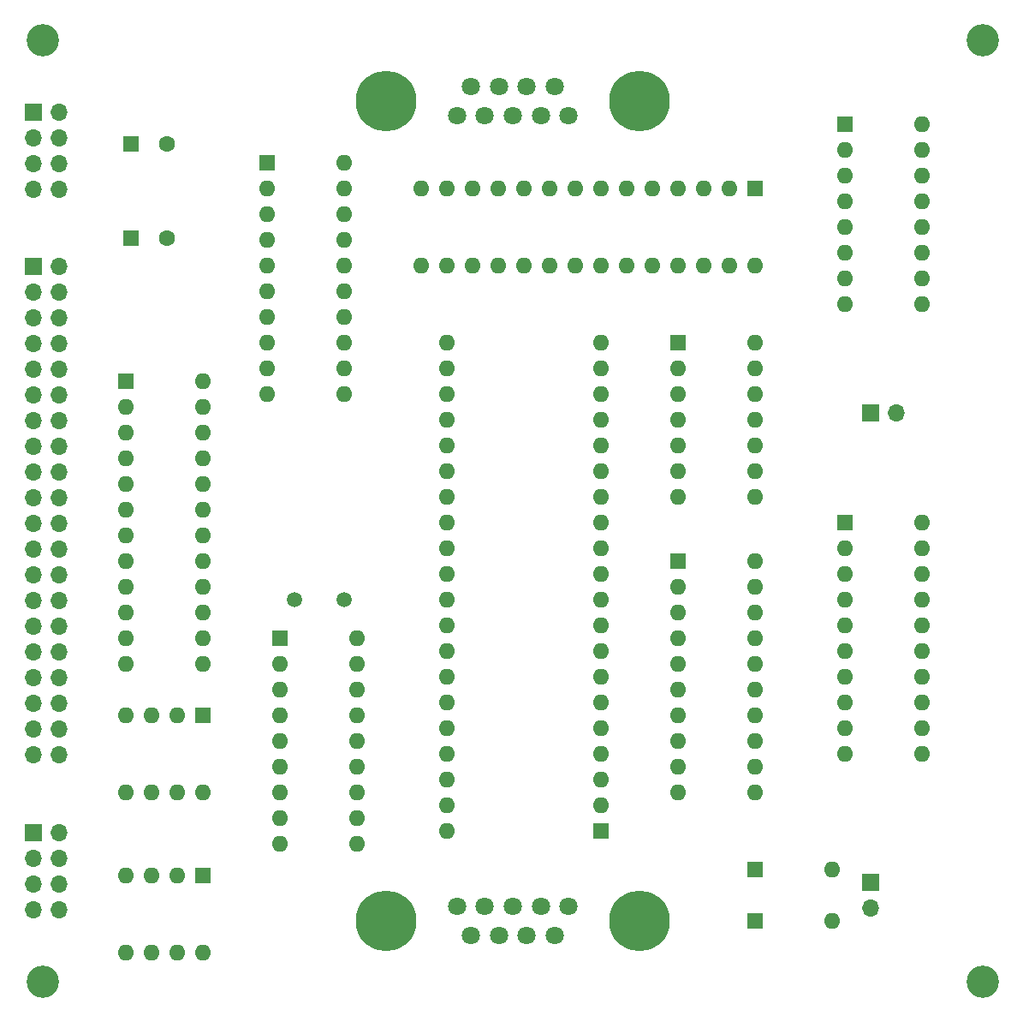
<source format=gbr>
%TF.GenerationSoftware,KiCad,Pcbnew,(5.1.9)-1*%
%TF.CreationDate,2021-11-03T00:36:12-04:00*%
%TF.ProjectId,main,6d61696e-2e6b-4696-9361-645f70636258,rev?*%
%TF.SameCoordinates,Original*%
%TF.FileFunction,Soldermask,Top*%
%TF.FilePolarity,Negative*%
%FSLAX46Y46*%
G04 Gerber Fmt 4.6, Leading zero omitted, Abs format (unit mm)*
G04 Created by KiCad (PCBNEW (5.1.9)-1) date 2021-11-03 00:36:12*
%MOMM*%
%LPD*%
G01*
G04 APERTURE LIST*
%ADD10O,1.600000X1.600000*%
%ADD11R,1.600000X1.600000*%
%ADD12O,1.700000X1.700000*%
%ADD13R,1.700000X1.700000*%
%ADD14C,1.800000*%
%ADD15C,6.000000*%
%ADD16C,1.500000*%
%ADD17C,3.200000*%
%ADD18C,1.600000*%
G04 APERTURE END LIST*
D10*
%TO.C,U10*%
X39370000Y-113665000D03*
X31750000Y-106045000D03*
X36830000Y-113665000D03*
X34290000Y-106045000D03*
X34290000Y-113665000D03*
X36830000Y-106045000D03*
X31750000Y-113665000D03*
D11*
X39370000Y-106045000D03*
%TD*%
D10*
%TO.C,U9*%
X39370000Y-97790000D03*
X31750000Y-90170000D03*
X36830000Y-97790000D03*
X34290000Y-90170000D03*
X34290000Y-97790000D03*
X36830000Y-90170000D03*
X31750000Y-97790000D03*
D11*
X39370000Y-90170000D03*
%TD*%
D10*
%TO.C,U4*%
X110490000Y-71120000D03*
X102870000Y-93980000D03*
X110490000Y-73660000D03*
X102870000Y-91440000D03*
X110490000Y-76200000D03*
X102870000Y-88900000D03*
X110490000Y-78740000D03*
X102870000Y-86360000D03*
X110490000Y-81280000D03*
X102870000Y-83820000D03*
X110490000Y-83820000D03*
X102870000Y-81280000D03*
X110490000Y-86360000D03*
X102870000Y-78740000D03*
X110490000Y-88900000D03*
X102870000Y-76200000D03*
X110490000Y-91440000D03*
X102870000Y-73660000D03*
X110490000Y-93980000D03*
D11*
X102870000Y-71120000D03*
%TD*%
D12*
%TO.C,JP2*%
X105410000Y-109220000D03*
D13*
X105410000Y-106680000D03*
%TD*%
D14*
%TO.C,J2*%
X68615000Y-111920000D03*
X75540000Y-109080000D03*
X74155000Y-111920000D03*
X67230000Y-109080000D03*
X72770000Y-109080000D03*
X64460000Y-109080000D03*
X71385000Y-111920000D03*
X65845000Y-111920000D03*
X70000000Y-109080000D03*
D15*
X57505000Y-110500000D03*
X82495000Y-110500000D03*
%TD*%
D10*
%TO.C,D2*%
X101600000Y-105410000D03*
D11*
X93980000Y-105410000D03*
%TD*%
D10*
%TO.C,D1*%
X101600000Y-110490000D03*
D11*
X93980000Y-110490000D03*
%TD*%
D12*
%TO.C,JP1*%
X107950000Y-60325000D03*
D13*
X105410000Y-60325000D03*
%TD*%
D10*
%TO.C,U8*%
X53340000Y-35560000D03*
X45720000Y-58420000D03*
X53340000Y-38100000D03*
X45720000Y-55880000D03*
X53340000Y-40640000D03*
X45720000Y-53340000D03*
X53340000Y-43180000D03*
X45720000Y-50800000D03*
X53340000Y-45720000D03*
X45720000Y-48260000D03*
X53340000Y-48260000D03*
X45720000Y-45720000D03*
X53340000Y-50800000D03*
X45720000Y-43180000D03*
X53340000Y-53340000D03*
X45720000Y-40640000D03*
X53340000Y-55880000D03*
X45720000Y-38100000D03*
X53340000Y-58420000D03*
D11*
X45720000Y-35560000D03*
%TD*%
D10*
%TO.C,U7*%
X110490000Y-31750000D03*
X102870000Y-49530000D03*
X110490000Y-34290000D03*
X102870000Y-46990000D03*
X110490000Y-36830000D03*
X102870000Y-44450000D03*
X110490000Y-39370000D03*
X102870000Y-41910000D03*
X110490000Y-41910000D03*
X102870000Y-39370000D03*
X110490000Y-44450000D03*
X102870000Y-36830000D03*
X110490000Y-46990000D03*
X102870000Y-34290000D03*
X110490000Y-49530000D03*
D11*
X102870000Y-31750000D03*
%TD*%
D10*
%TO.C,U6*%
X93980000Y-53340000D03*
X86360000Y-68580000D03*
X93980000Y-55880000D03*
X86360000Y-66040000D03*
X93980000Y-58420000D03*
X86360000Y-63500000D03*
X93980000Y-60960000D03*
X86360000Y-60960000D03*
X93980000Y-63500000D03*
X86360000Y-58420000D03*
X93980000Y-66040000D03*
X86360000Y-55880000D03*
X93980000Y-68580000D03*
D11*
X86360000Y-53340000D03*
%TD*%
D10*
%TO.C,U3*%
X93980000Y-74930000D03*
X86360000Y-97790000D03*
X93980000Y-77470000D03*
X86360000Y-95250000D03*
X93980000Y-80010000D03*
X86360000Y-92710000D03*
X93980000Y-82550000D03*
X86360000Y-90170000D03*
X93980000Y-85090000D03*
X86360000Y-87630000D03*
X93980000Y-87630000D03*
X86360000Y-85090000D03*
X93980000Y-90170000D03*
X86360000Y-82550000D03*
X93980000Y-92710000D03*
X86360000Y-80010000D03*
X93980000Y-95250000D03*
X86360000Y-77470000D03*
X93980000Y-97790000D03*
D11*
X86360000Y-74930000D03*
%TD*%
D14*
%TO.C,J5*%
X71385000Y-28080000D03*
X64460000Y-30920000D03*
X65845000Y-28080000D03*
X72770000Y-30920000D03*
X67230000Y-30920000D03*
X75540000Y-30920000D03*
X68615000Y-28080000D03*
X74155000Y-28080000D03*
X70000000Y-30920000D03*
D15*
X82495000Y-29500000D03*
X57505000Y-29500000D03*
%TD*%
D16*
%TO.C,Y1*%
X48440000Y-78740000D03*
X53340000Y-78740000D03*
%TD*%
D10*
%TO.C,U5*%
X93980000Y-45720000D03*
X60960000Y-38100000D03*
X91440000Y-45720000D03*
X63500000Y-38100000D03*
X88900000Y-45720000D03*
X66040000Y-38100000D03*
X86360000Y-45720000D03*
X68580000Y-38100000D03*
X83820000Y-45720000D03*
X71120000Y-38100000D03*
X81280000Y-45720000D03*
X73660000Y-38100000D03*
X78740000Y-45720000D03*
X76200000Y-38100000D03*
X76200000Y-45720000D03*
X78740000Y-38100000D03*
X73660000Y-45720000D03*
X81280000Y-38100000D03*
X71120000Y-45720000D03*
X83820000Y-38100000D03*
X68580000Y-45720000D03*
X86360000Y-38100000D03*
X66040000Y-45720000D03*
X88900000Y-38100000D03*
X63500000Y-45720000D03*
X91440000Y-38100000D03*
X60960000Y-45720000D03*
D11*
X93980000Y-38100000D03*
%TD*%
D10*
%TO.C,U2*%
X54610000Y-82550000D03*
X46990000Y-102870000D03*
X54610000Y-85090000D03*
X46990000Y-100330000D03*
X54610000Y-87630000D03*
X46990000Y-97790000D03*
X54610000Y-90170000D03*
X46990000Y-95250000D03*
X54610000Y-92710000D03*
X46990000Y-92710000D03*
X54610000Y-95250000D03*
X46990000Y-90170000D03*
X54610000Y-97790000D03*
X46990000Y-87630000D03*
X54610000Y-100330000D03*
X46990000Y-85090000D03*
X54610000Y-102870000D03*
D11*
X46990000Y-82550000D03*
%TD*%
D10*
%TO.C,U1*%
X63500000Y-101600000D03*
X78740000Y-53340000D03*
X63500000Y-99060000D03*
X78740000Y-55880000D03*
X63500000Y-96520000D03*
X78740000Y-58420000D03*
X63500000Y-93980000D03*
X78740000Y-60960000D03*
X63500000Y-91440000D03*
X78740000Y-63500000D03*
X63500000Y-88900000D03*
X78740000Y-66040000D03*
X63500000Y-86360000D03*
X78740000Y-68580000D03*
X63500000Y-83820000D03*
X78740000Y-71120000D03*
X63500000Y-81280000D03*
X78740000Y-73660000D03*
X63500000Y-78740000D03*
X78740000Y-76200000D03*
X63500000Y-76200000D03*
X78740000Y-78740000D03*
X63500000Y-73660000D03*
X78740000Y-81280000D03*
X63500000Y-71120000D03*
X78740000Y-83820000D03*
X63500000Y-68580000D03*
X78740000Y-86360000D03*
X63500000Y-66040000D03*
X78740000Y-88900000D03*
X63500000Y-63500000D03*
X78740000Y-91440000D03*
X63500000Y-60960000D03*
X78740000Y-93980000D03*
X63500000Y-58420000D03*
X78740000Y-96520000D03*
X63500000Y-55880000D03*
X78740000Y-99060000D03*
X63500000Y-53340000D03*
D11*
X78740000Y-101600000D03*
%TD*%
D10*
%TO.C,U22*%
X39370000Y-57150000D03*
X31750000Y-85090000D03*
X39370000Y-59690000D03*
X31750000Y-82550000D03*
X39370000Y-62230000D03*
X31750000Y-80010000D03*
X39370000Y-64770000D03*
X31750000Y-77470000D03*
X39370000Y-67310000D03*
X31750000Y-74930000D03*
X39370000Y-69850000D03*
X31750000Y-72390000D03*
X39370000Y-72390000D03*
X31750000Y-69850000D03*
X39370000Y-74930000D03*
X31750000Y-67310000D03*
X39370000Y-77470000D03*
X31750000Y-64770000D03*
X39370000Y-80010000D03*
X31750000Y-62230000D03*
X39370000Y-82550000D03*
X31750000Y-59690000D03*
X39370000Y-85090000D03*
D11*
X31750000Y-57150000D03*
%TD*%
D17*
%TO.C,M4*%
X23500000Y-116500000D03*
%TD*%
%TO.C,M3*%
X23500000Y-23500000D03*
%TD*%
%TO.C,M2*%
X116500000Y-116500000D03*
%TD*%
%TO.C,M1*%
X116500000Y-23500000D03*
%TD*%
D18*
%TO.C,C1*%
X35770000Y-43015000D03*
D11*
X32270000Y-43015000D03*
%TD*%
D18*
%TO.C,C4*%
X35770000Y-33715000D03*
D11*
X32270000Y-33715000D03*
%TD*%
D13*
%TO.C,J4*%
X22540000Y-30600000D03*
D12*
X25080000Y-30600000D03*
X22540000Y-33140000D03*
X25080000Y-33140000D03*
X22540000Y-35680000D03*
X25080000Y-35680000D03*
X22540000Y-38220000D03*
X25080000Y-38220000D03*
%TD*%
%TO.C,J1*%
X25080000Y-109400000D03*
X22540000Y-109400000D03*
X25080000Y-106860000D03*
X22540000Y-106860000D03*
X25080000Y-104320000D03*
X22540000Y-104320000D03*
X25080000Y-101780000D03*
D13*
X22540000Y-101780000D03*
%TD*%
D12*
%TO.C,J3*%
X25080000Y-94130000D03*
X22540000Y-94130000D03*
X25080000Y-91590000D03*
X22540000Y-91590000D03*
X25080000Y-89050000D03*
X22540000Y-89050000D03*
X25080000Y-86510000D03*
X22540000Y-86510000D03*
X25080000Y-83970000D03*
X22540000Y-83970000D03*
X25080000Y-81430000D03*
X22540000Y-81430000D03*
X25080000Y-78890000D03*
X22540000Y-78890000D03*
X25080000Y-76350000D03*
X22540000Y-76350000D03*
X25080000Y-73810000D03*
X22540000Y-73810000D03*
X25080000Y-71270000D03*
X22540000Y-71270000D03*
X25080000Y-68730000D03*
X22540000Y-68730000D03*
X25080000Y-66190000D03*
X22540000Y-66190000D03*
X25080000Y-63650000D03*
X22540000Y-63650000D03*
X25080000Y-61110000D03*
X22540000Y-61110000D03*
X25080000Y-58570000D03*
X22540000Y-58570000D03*
X25080000Y-56030000D03*
X22540000Y-56030000D03*
X25080000Y-53490000D03*
X22540000Y-53490000D03*
X25080000Y-50950000D03*
X22540000Y-50950000D03*
X25080000Y-48410000D03*
X22540000Y-48410000D03*
X25080000Y-45870000D03*
D13*
X22540000Y-45870000D03*
%TD*%
M02*

</source>
